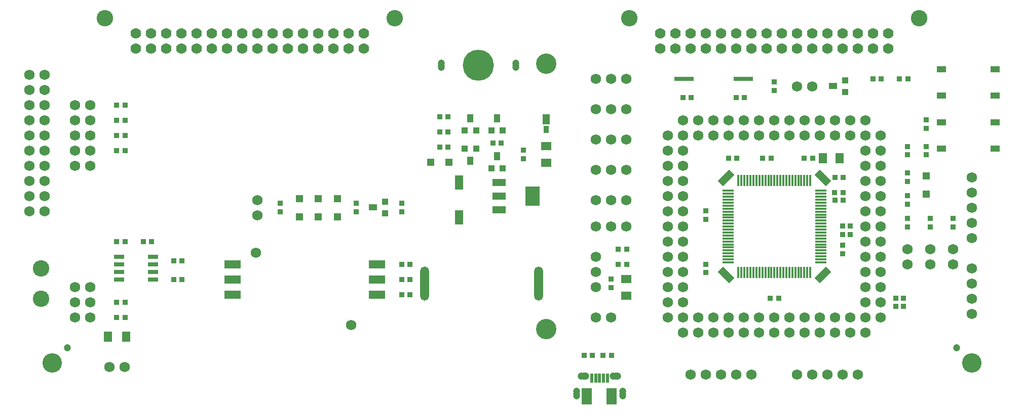
<source format=gts>
%FSLAX24Y24*%
%MOIN*%
G70*
G01*
G75*
G04 Layer_Color=8388736*
%ADD10C,0.0100*%
%ADD11C,0.0150*%
%ADD12R,0.0650X0.0098*%
%ADD13R,0.0098X0.0650*%
G04:AMPARAMS|DCode=14|XSize=39.4mil|YSize=98.4mil|CornerRadius=0mil|HoleSize=0mil|Usage=FLASHONLY|Rotation=225.000|XOffset=0mil|YOffset=0mil|HoleType=Round|Shape=Rectangle|*
%AMROTATEDRECTD14*
4,1,4,-0.0209,0.0487,0.0487,-0.0209,0.0209,-0.0487,-0.0487,0.0209,-0.0209,0.0487,0.0*
%
%ADD14ROTATEDRECTD14*%

G04:AMPARAMS|DCode=15|XSize=39.4mil|YSize=98.4mil|CornerRadius=0mil|HoleSize=0mil|Usage=FLASHONLY|Rotation=135.000|XOffset=0mil|YOffset=0mil|HoleType=Round|Shape=Rectangle|*
%AMROTATEDRECTD15*
4,1,4,0.0487,0.0209,-0.0209,-0.0487,-0.0487,-0.0209,0.0209,0.0487,0.0487,0.0209,0.0*
%
%ADD15ROTATEDRECTD15*%

%ADD16R,0.0300X0.0300*%
%ADD17R,0.0600X0.0500*%
%ADD18C,0.1969*%
%ADD19R,0.0300X0.0300*%
%ADD20R,0.0157X0.0532*%
%ADD21R,0.0591X0.0984*%
%ADD22R,0.1000X0.0500*%
%ADD23R,0.0300X0.0394*%
%ADD24R,0.1000X0.1400*%
%ADD25R,0.0360X0.0360*%
%ADD26R,0.0500X0.0360*%
%ADD27R,0.0800X0.0400*%
%ADD28R,0.0900X0.1200*%
%ADD29R,0.0591X0.0394*%
%ADD30R,0.0591X0.0394*%
%ADD31C,0.0394*%
%ADD32C,0.0315*%
%ADD33R,0.1500X0.0500*%
%ADD34R,0.0400X0.0400*%
%ADD35R,0.0360X0.0500*%
%ADD36R,0.0360X0.0360*%
%ADD37R,0.0400X0.0400*%
%ADD38R,0.0394X0.0630*%
%ADD39R,0.0472X0.0591*%
%ADD40R,0.0600X0.0200*%
%ADD41R,0.0500X0.0600*%
%ADD42C,0.0050*%
%ADD43C,0.0080*%
%ADD44C,0.0120*%
%ADD45C,0.0200*%
%ADD46C,0.0300*%
%ADD47C,0.0600*%
%ADD48C,0.1260*%
%ADD49C,0.0620*%
%ADD50C,0.0394*%
%ADD51C,0.0500*%
%ADD52O,0.0500X0.1969*%
%ADD53C,0.1200*%
%ADD54C,0.1000*%
%ADD55C,0.1250*%
%ADD56C,0.0200*%
%ADD57C,0.0250*%
%ADD58C,0.0060*%
%ADD59C,0.0040*%
%ADD60C,0.0010*%
%ADD61C,0.0070*%
%ADD62R,0.0050X0.0700*%
%ADD63R,0.1487X0.0100*%
%ADD64R,0.0891X0.0694*%
%ADD65R,0.0891X0.0694*%
%ADD66R,0.0730X0.0178*%
%ADD67R,0.0178X0.0730*%
G04:AMPARAMS|DCode=68|XSize=47.4mil|YSize=106.4mil|CornerRadius=0mil|HoleSize=0mil|Usage=FLASHONLY|Rotation=225.000|XOffset=0mil|YOffset=0mil|HoleType=Round|Shape=Rectangle|*
%AMROTATEDRECTD68*
4,1,4,-0.0209,0.0544,0.0544,-0.0209,0.0209,-0.0544,-0.0544,0.0209,-0.0209,0.0544,0.0*
%
%ADD68ROTATEDRECTD68*%

G04:AMPARAMS|DCode=69|XSize=47.4mil|YSize=106.4mil|CornerRadius=0mil|HoleSize=0mil|Usage=FLASHONLY|Rotation=135.000|XOffset=0mil|YOffset=0mil|HoleType=Round|Shape=Rectangle|*
%AMROTATEDRECTD69*
4,1,4,0.0544,0.0209,-0.0209,-0.0544,-0.0544,-0.0209,0.0209,0.0544,0.0544,0.0209,0.0*
%
%ADD69ROTATEDRECTD69*%

%ADD70R,0.0380X0.0380*%
%ADD71R,0.0680X0.0580*%
%ADD72C,0.2049*%
%ADD73R,0.0380X0.0380*%
%ADD74R,0.0237X0.0612*%
%ADD75R,0.0671X0.1064*%
%ADD76R,0.1080X0.0580*%
%ADD77R,0.0380X0.0474*%
%ADD78R,0.0528X0.0928*%
%ADD79R,0.0440X0.0440*%
%ADD80R,0.0580X0.0440*%
%ADD81R,0.0880X0.0480*%
%ADD82R,0.0980X0.1280*%
%ADD83C,0.0474*%
%ADD84C,0.0395*%
%ADD85R,0.1264X0.0264*%
%ADD86R,0.0480X0.0480*%
%ADD87R,0.0440X0.0580*%
%ADD88R,0.0440X0.0440*%
%ADD89R,0.0480X0.0480*%
%ADD90R,0.0474X0.0710*%
%ADD91R,0.0552X0.0671*%
%ADD92R,0.0680X0.0280*%
%ADD93R,0.0580X0.0680*%
%ADD94C,0.0680*%
%ADD95C,0.1340*%
%ADD96C,0.0700*%
%ADD97C,0.0474*%
%ADD98C,0.0580*%
%ADD99O,0.0580X0.2049*%
%ADD100C,0.1280*%
%ADD101C,0.1080*%
%ADD102C,0.1330*%
D29*
X-1228Y18625D02*
D03*
Y16875D02*
D03*
X-4772D02*
D03*
Y20375D02*
D03*
X-1228Y22125D02*
D03*
X-4772D02*
D03*
D30*
Y18625D02*
D03*
X-1228Y20375D02*
D03*
D66*
X-18791Y10963D02*
D03*
Y11159D02*
D03*
Y9388D02*
D03*
Y9585D02*
D03*
Y9782D02*
D03*
Y9978D02*
D03*
Y10175D02*
D03*
Y10372D02*
D03*
Y10569D02*
D03*
Y10766D02*
D03*
Y11356D02*
D03*
Y11553D02*
D03*
Y11750D02*
D03*
Y11947D02*
D03*
Y12144D02*
D03*
Y12341D02*
D03*
Y12537D02*
D03*
Y12734D02*
D03*
Y12931D02*
D03*
Y13128D02*
D03*
Y13325D02*
D03*
Y13522D02*
D03*
Y13719D02*
D03*
Y13915D02*
D03*
Y14112D02*
D03*
X-12709D02*
D03*
Y13915D02*
D03*
Y13719D02*
D03*
Y13522D02*
D03*
Y13325D02*
D03*
Y13128D02*
D03*
Y12931D02*
D03*
Y12734D02*
D03*
Y12537D02*
D03*
Y12341D02*
D03*
Y12144D02*
D03*
Y11947D02*
D03*
Y11750D02*
D03*
Y11553D02*
D03*
Y11356D02*
D03*
Y11159D02*
D03*
Y10963D02*
D03*
Y10766D02*
D03*
Y10569D02*
D03*
Y10372D02*
D03*
Y10175D02*
D03*
Y9978D02*
D03*
Y9782D02*
D03*
Y9585D02*
D03*
Y9388D02*
D03*
D67*
X-13388Y8709D02*
D03*
X-13585D02*
D03*
X-13781D02*
D03*
X-13978D02*
D03*
X-14175D02*
D03*
X-14372D02*
D03*
X-14569D02*
D03*
X-14766D02*
D03*
X-14963D02*
D03*
X-15159D02*
D03*
X-15356D02*
D03*
X-15553D02*
D03*
X-15750D02*
D03*
X-15947D02*
D03*
X-16144D02*
D03*
X-16341D02*
D03*
X-16537D02*
D03*
X-16734D02*
D03*
X-16931D02*
D03*
X-17128D02*
D03*
X-17325D02*
D03*
X-17522D02*
D03*
X-17718D02*
D03*
X-17915D02*
D03*
X-18112D02*
D03*
Y14791D02*
D03*
X-17915D02*
D03*
X-17718D02*
D03*
X-17522D02*
D03*
X-17325D02*
D03*
X-17128D02*
D03*
X-16931D02*
D03*
X-16734D02*
D03*
X-16537D02*
D03*
X-16341D02*
D03*
X-16144D02*
D03*
X-15947D02*
D03*
X-15750D02*
D03*
X-15553D02*
D03*
X-15356D02*
D03*
X-15159D02*
D03*
X-14963D02*
D03*
X-14766D02*
D03*
X-14569D02*
D03*
X-14372D02*
D03*
X-14175D02*
D03*
X-13978D02*
D03*
X-13781D02*
D03*
X-13585D02*
D03*
X-13388D02*
D03*
D68*
X-18939Y8561D02*
D03*
X-12561Y14939D02*
D03*
D69*
X-18939D02*
D03*
X-12561Y8561D02*
D03*
D70*
X-58475Y10750D02*
D03*
X-59025D02*
D03*
X-26025Y10250D02*
D03*
Y9250D02*
D03*
X-37225Y17000D02*
D03*
X-37775D02*
D03*
X-34275Y17250D02*
D03*
X-37775Y18000D02*
D03*
X-37225D02*
D03*
X-40275Y9250D02*
D03*
X-11780Y13995D02*
D03*
X-11230D02*
D03*
X-21775Y20250D02*
D03*
X-21225D02*
D03*
X-40275Y7250D02*
D03*
Y8250D02*
D03*
X-11775Y15000D02*
D03*
X-11225D02*
D03*
X-37775Y19000D02*
D03*
X-37225D02*
D03*
X-17725Y20250D02*
D03*
X-18275D02*
D03*
X-16020Y7005D02*
D03*
X-15470D02*
D03*
X-18225Y16250D02*
D03*
X-18775D02*
D03*
X-15970Y16255D02*
D03*
X-16520D02*
D03*
X-13780Y16245D02*
D03*
X-13230D02*
D03*
X-11220Y13500D02*
D03*
X-11770D02*
D03*
X-33725Y17250D02*
D03*
X-39725Y7250D02*
D03*
X-25475Y10250D02*
D03*
Y9250D02*
D03*
X-39725Y8250D02*
D03*
Y9250D02*
D03*
X-57270Y10755D02*
D03*
X-56720D02*
D03*
X-58475Y17750D02*
D03*
X-59025D02*
D03*
X-27725Y3250D02*
D03*
X-28275D02*
D03*
X-7525Y21500D02*
D03*
X-6975D02*
D03*
X-27025Y3250D02*
D03*
X-26475D02*
D03*
X-8725Y21500D02*
D03*
X-9275D02*
D03*
X-59025Y19750D02*
D03*
X-58475D02*
D03*
X-59025Y16750D02*
D03*
X-58475D02*
D03*
X-59025Y18750D02*
D03*
X-58475D02*
D03*
X-59025Y6750D02*
D03*
X-58475D02*
D03*
X-59025Y5750D02*
D03*
X-58475D02*
D03*
X-55275Y8250D02*
D03*
X-54725D02*
D03*
X-55275Y9500D02*
D03*
X-54725D02*
D03*
D71*
X-25500Y8300D02*
D03*
Y7200D02*
D03*
X-30750Y17050D02*
D03*
Y15950D02*
D03*
D72*
X-35211Y22388D02*
D03*
D73*
X-15750Y20725D02*
D03*
Y21275D02*
D03*
X-7250Y7025D02*
D03*
Y6475D02*
D03*
X-32250Y16775D02*
D03*
Y16225D02*
D03*
X-26500Y7725D02*
D03*
Y8275D02*
D03*
X-20245Y8720D02*
D03*
X-20250Y12225D02*
D03*
Y12775D02*
D03*
X-20245Y9270D02*
D03*
X-43250Y12725D02*
D03*
Y13275D02*
D03*
X-7000Y15275D02*
D03*
Y14725D02*
D03*
Y13775D02*
D03*
Y13225D02*
D03*
X-11245Y10520D02*
D03*
Y9970D02*
D03*
X-7750Y6475D02*
D03*
Y7025D02*
D03*
X-10750Y11225D02*
D03*
X-40250Y12725D02*
D03*
Y13275D02*
D03*
X-5750Y16475D02*
D03*
X-7000Y11725D02*
D03*
X-5750Y17025D02*
D03*
X-7000Y12275D02*
D03*
X-11250Y11775D02*
D03*
Y11225D02*
D03*
X-7000Y16475D02*
D03*
Y17025D02*
D03*
X-5500Y12275D02*
D03*
X-10750Y11775D02*
D03*
X-48250Y13275D02*
D03*
Y12725D02*
D03*
X-5500Y11725D02*
D03*
X-4000D02*
D03*
Y12275D02*
D03*
X-5750Y18225D02*
D03*
Y18775D02*
D03*
D74*
X-27762Y1750D02*
D03*
X-27506D02*
D03*
X-27250D02*
D03*
X-26994D02*
D03*
X-26738D02*
D03*
D75*
X-26450Y570D02*
D03*
X-28080D02*
D03*
D76*
X-41900Y8250D02*
D03*
X-51400Y7250D02*
D03*
X-41900D02*
D03*
X-51400Y9250D02*
D03*
Y8250D02*
D03*
X-41900Y9250D02*
D03*
D77*
X-30750Y18165D02*
D03*
D78*
X-36500Y12350D02*
D03*
Y14650D02*
D03*
D79*
X-11100Y21375D02*
D03*
X-41350Y12625D02*
D03*
Y13375D02*
D03*
X-11100Y20625D02*
D03*
D80*
X-11900Y21005D02*
D03*
X-42150Y13005D02*
D03*
D81*
X-33850Y12844D02*
D03*
Y14656D02*
D03*
Y13750D02*
D03*
D82*
X-31650D02*
D03*
D83*
X-62250Y3750D02*
D03*
X-3750D02*
D03*
X-37671Y22526D02*
D03*
X-32750D02*
D03*
X-37671Y22250D02*
D03*
X-32750D02*
D03*
D84*
X-62250Y3750D02*
D03*
X-3750D02*
D03*
D85*
X-21700Y21500D02*
D03*
X-17800D02*
D03*
D86*
X-45750Y13600D02*
D03*
Y12400D02*
D03*
X-44500Y13600D02*
D03*
Y12400D02*
D03*
X-47000Y13600D02*
D03*
Y12400D02*
D03*
X-5750Y15100D02*
D03*
Y13900D02*
D03*
D87*
X-35755Y16100D02*
D03*
X-35745Y18900D02*
D03*
X-33995Y16400D02*
D03*
Y18900D02*
D03*
D88*
X-36125Y16900D02*
D03*
X-35375D02*
D03*
Y18100D02*
D03*
X-36125D02*
D03*
X-34375Y15600D02*
D03*
Y18100D02*
D03*
X-33625Y15600D02*
D03*
Y18100D02*
D03*
D89*
X-37150Y16000D02*
D03*
X-38350D02*
D03*
D90*
X-30750Y18835D02*
D03*
D91*
X-11449Y16250D02*
D03*
X-12551D02*
D03*
D92*
X-56625Y8250D02*
D03*
Y9250D02*
D03*
X-58875Y8250D02*
D03*
Y8750D02*
D03*
X-56625Y9750D02*
D03*
X-58875D02*
D03*
X-56625Y8750D02*
D03*
X-58875Y9250D02*
D03*
D93*
X-59600Y4500D02*
D03*
X-58400D02*
D03*
D94*
X-27500Y15500D02*
D03*
X-25500D02*
D03*
X-60755Y16751D02*
D03*
Y6751D02*
D03*
X-61755Y19751D02*
D03*
X-60755D02*
D03*
Y5751D02*
D03*
Y17751D02*
D03*
Y15751D02*
D03*
Y18751D02*
D03*
X-61755Y5751D02*
D03*
X-60755Y7751D02*
D03*
X-61755D02*
D03*
Y6751D02*
D03*
Y15751D02*
D03*
Y17751D02*
D03*
Y16751D02*
D03*
Y18751D02*
D03*
X-27500Y17500D02*
D03*
X-25500D02*
D03*
X-26500D02*
D03*
X-13250Y21000D02*
D03*
X-14250D02*
D03*
X-43600Y5254D02*
D03*
X-49860Y10017D02*
D03*
X-9750Y14750D02*
D03*
X-8750Y6750D02*
D03*
Y9750D02*
D03*
X-9750D02*
D03*
Y13750D02*
D03*
Y11750D02*
D03*
Y8750D02*
D03*
Y16750D02*
D03*
X-8750D02*
D03*
X-9750Y12750D02*
D03*
Y7750D02*
D03*
Y6750D02*
D03*
X-8750Y8750D02*
D03*
X-9750Y5750D02*
D03*
X-8750Y13750D02*
D03*
Y12750D02*
D03*
Y17750D02*
D03*
Y5750D02*
D03*
Y10750D02*
D03*
Y7750D02*
D03*
X-9750Y15750D02*
D03*
X-17250Y2000D02*
D03*
X-18250D02*
D03*
X-20250D02*
D03*
X-21250D02*
D03*
X-63750Y21750D02*
D03*
X-64750D02*
D03*
X-19250Y2000D02*
D03*
X-63750Y12750D02*
D03*
X-64750D02*
D03*
X-63750Y13750D02*
D03*
X-64750D02*
D03*
X-63750Y14750D02*
D03*
Y15750D02*
D03*
X-64750D02*
D03*
X-63750Y16750D02*
D03*
X-64750D02*
D03*
X-63750Y17750D02*
D03*
Y18750D02*
D03*
X-64750D02*
D03*
X-63750Y19750D02*
D03*
X-64750D02*
D03*
X-63750Y20750D02*
D03*
X-64750D02*
D03*
X-2750Y9000D02*
D03*
Y8000D02*
D03*
Y14000D02*
D03*
Y13000D02*
D03*
Y15000D02*
D03*
Y12000D02*
D03*
X-10250Y2000D02*
D03*
X-13250D02*
D03*
X-12250D02*
D03*
X-14250D02*
D03*
X-11250D02*
D03*
X-2750Y11000D02*
D03*
X-49750Y12500D02*
D03*
X-64750Y17750D02*
D03*
X-2750Y6000D02*
D03*
Y7000D02*
D03*
X-49750Y13500D02*
D03*
X-8750Y11750D02*
D03*
X-64750Y14750D02*
D03*
X-8750D02*
D03*
X-9750Y10750D02*
D03*
X-26500Y15500D02*
D03*
X-8750Y15750D02*
D03*
X-25500Y21500D02*
D03*
X-27500D02*
D03*
X-26500D02*
D03*
X-25500Y13500D02*
D03*
X-27500D02*
D03*
X-26500D02*
D03*
X-59500Y2500D02*
D03*
X-58500D02*
D03*
X-26500Y19500D02*
D03*
X-25500D02*
D03*
X-15750Y4750D02*
D03*
X-20750Y17750D02*
D03*
X-16750D02*
D03*
X-21750Y6750D02*
D03*
Y13750D02*
D03*
Y17750D02*
D03*
X-15750Y5750D02*
D03*
X-20750Y18750D02*
D03*
X-16750D02*
D03*
X-22750Y5750D02*
D03*
Y12750D02*
D03*
X-11750Y4750D02*
D03*
X-12750Y5750D02*
D03*
X-21750Y16750D02*
D03*
X-22750D02*
D03*
X-11750Y18750D02*
D03*
X-21750Y5750D02*
D03*
X-18750D02*
D03*
X-22750Y17750D02*
D03*
X-21750Y18750D02*
D03*
X-14750Y17750D02*
D03*
X-15750Y18750D02*
D03*
X-13750Y5750D02*
D03*
X-22750Y10750D02*
D03*
X-21750Y4750D02*
D03*
X-18750Y17750D02*
D03*
X-19750Y18750D02*
D03*
X-9750Y17750D02*
D03*
X-13750Y18750D02*
D03*
X-11750Y17750D02*
D03*
X-12750Y18750D02*
D03*
X-18750Y4750D02*
D03*
X-13750Y17750D02*
D03*
X-14750Y18750D02*
D03*
X-11750Y5750D02*
D03*
X-10750Y4750D02*
D03*
X-12750D02*
D03*
X-9750D02*
D03*
X-10750Y5750D02*
D03*
X-21750Y11750D02*
D03*
X-22750Y7750D02*
D03*
Y14750D02*
D03*
X-21750D02*
D03*
X-22750Y13750D02*
D03*
X-21750Y15750D02*
D03*
Y7750D02*
D03*
X-22750Y6750D02*
D03*
X-21750Y8750D02*
D03*
X-22750Y15750D02*
D03*
X-10750Y18750D02*
D03*
Y17750D02*
D03*
X-15750D02*
D03*
X-17750Y18750D02*
D03*
Y17750D02*
D03*
X-19750D02*
D03*
X-14750Y5750D02*
D03*
Y4750D02*
D03*
X-13750D02*
D03*
X-21750Y12750D02*
D03*
X-12750Y17750D02*
D03*
X-21750Y9750D02*
D03*
X-22750Y11750D02*
D03*
Y8750D02*
D03*
X-9750Y18750D02*
D03*
X-18750D02*
D03*
X-20750Y4750D02*
D03*
Y5750D02*
D03*
X-19750Y4750D02*
D03*
Y5750D02*
D03*
X-17750Y4750D02*
D03*
Y5750D02*
D03*
X-16750Y4750D02*
D03*
Y5750D02*
D03*
X-7000Y9250D02*
D03*
Y10250D02*
D03*
X-27500Y5750D02*
D03*
X-26500D02*
D03*
X-27500Y11750D02*
D03*
X-25500D02*
D03*
X-27500Y9750D02*
D03*
Y7750D02*
D03*
Y8750D02*
D03*
X-26500Y11750D02*
D03*
X-5500Y10250D02*
D03*
Y9250D02*
D03*
X-4000Y10250D02*
D03*
Y9250D02*
D03*
X-21750Y10750D02*
D03*
X-22750Y9750D02*
D03*
X-27500Y19500D02*
D03*
D95*
X-30755Y22501D02*
D03*
Y5001D02*
D03*
D03*
Y22501D02*
D03*
D96*
X-46750Y24500D02*
D03*
Y23500D02*
D03*
X-45750Y24500D02*
D03*
Y23500D02*
D03*
X-18250Y24500D02*
D03*
X-17250Y23500D02*
D03*
Y24500D02*
D03*
X-18250Y23500D02*
D03*
X-19250Y24500D02*
D03*
X-21250Y23500D02*
D03*
X-54750Y24500D02*
D03*
X-22250D02*
D03*
X-51750Y23500D02*
D03*
X-21250Y24500D02*
D03*
X-44750Y23500D02*
D03*
X-15250D02*
D03*
Y24500D02*
D03*
X-43750Y23500D02*
D03*
X-19250D02*
D03*
X-16250D02*
D03*
X-42750Y24500D02*
D03*
Y23500D02*
D03*
X-14250D02*
D03*
X-10250Y24500D02*
D03*
X-14250D02*
D03*
X-51750D02*
D03*
X-12250D02*
D03*
Y23500D02*
D03*
X-11250Y24500D02*
D03*
Y23500D02*
D03*
X-13250Y24500D02*
D03*
X-55750Y23500D02*
D03*
Y24500D02*
D03*
X-49750D02*
D03*
X-56750D02*
D03*
X-57750D02*
D03*
X-49750Y23500D02*
D03*
X-56750D02*
D03*
X-57750D02*
D03*
X-50750D02*
D03*
Y24500D02*
D03*
X-44750D02*
D03*
X-23250Y23500D02*
D03*
X-13250D02*
D03*
X-22250D02*
D03*
X-48750D02*
D03*
Y24500D02*
D03*
X-16250D02*
D03*
X-10250Y23500D02*
D03*
X-54750D02*
D03*
X-47750Y24500D02*
D03*
Y23500D02*
D03*
X-20250Y24500D02*
D03*
X-53750D02*
D03*
Y23500D02*
D03*
X-52750Y24500D02*
D03*
X-8250D02*
D03*
Y23500D02*
D03*
X-9250D02*
D03*
Y24500D02*
D03*
X-20250Y23500D02*
D03*
X-43750Y24500D02*
D03*
X-23250D02*
D03*
X-52750Y23500D02*
D03*
D97*
X-37671Y22388D02*
D03*
X-32750D02*
D03*
X-28293Y1878D02*
D03*
X-26207D02*
D03*
X-28766Y590D02*
D03*
Y730D02*
D03*
Y881D02*
D03*
X-25734Y590D02*
D03*
Y730D02*
D03*
Y881D02*
D03*
X-26350Y1878D02*
D03*
X-26050D02*
D03*
X-28150D02*
D03*
X-28450D02*
D03*
D98*
X-38750Y8000D02*
D03*
X-31250D02*
D03*
D99*
Y8100D02*
D03*
Y7900D02*
D03*
X-38750Y8100D02*
D03*
Y7900D02*
D03*
D100*
X-63250Y2750D02*
D03*
X-2750D02*
D03*
D101*
X-6222Y25500D02*
D03*
X-25278D02*
D03*
X-40722D02*
D03*
X-59778D02*
D03*
X-64000Y7000D02*
D03*
Y9000D02*
D03*
D102*
X-30755Y22501D02*
D03*
Y5001D02*
D03*
M02*

</source>
